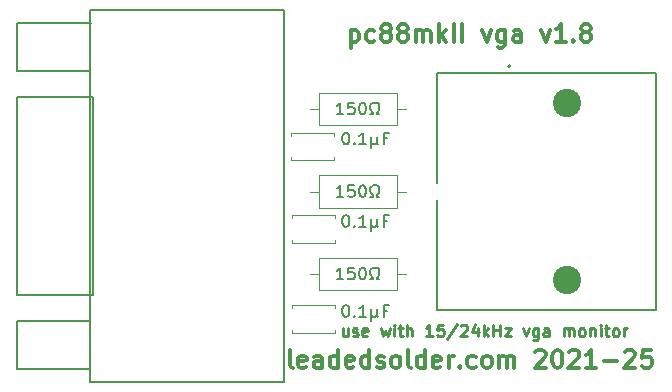
<source format=gbr>
G04 #@! TF.GenerationSoftware,KiCad,Pcbnew,8.0.7*
G04 #@! TF.CreationDate,2025-02-16T23:41:52-07:00*
G04 #@! TF.ProjectId,PC8801mkII VGA,50433838-3031-46d6-9b49-49205647412e,rev?*
G04 #@! TF.SameCoordinates,Original*
G04 #@! TF.FileFunction,Legend,Top*
G04 #@! TF.FilePolarity,Positive*
%FSLAX46Y46*%
G04 Gerber Fmt 4.6, Leading zero omitted, Abs format (unit mm)*
G04 Created by KiCad (PCBNEW 8.0.7) date 2025-02-16 23:41:52*
%MOMM*%
%LPD*%
G01*
G04 APERTURE LIST*
%ADD10C,0.250000*%
%ADD11C,0.300000*%
%ADD12C,0.150000*%
%ADD13C,0.127000*%
%ADD14C,0.200000*%
%ADD15C,0.152400*%
%ADD16C,0.120000*%
%ADD17C,2.400000*%
G04 APERTURE END LIST*
D10*
X188350379Y-118908952D02*
X188350379Y-119575619D01*
X187921808Y-118908952D02*
X187921808Y-119432761D01*
X187921808Y-119432761D02*
X187969427Y-119528000D01*
X187969427Y-119528000D02*
X188064665Y-119575619D01*
X188064665Y-119575619D02*
X188207522Y-119575619D01*
X188207522Y-119575619D02*
X188302760Y-119528000D01*
X188302760Y-119528000D02*
X188350379Y-119480380D01*
X188778951Y-119528000D02*
X188874189Y-119575619D01*
X188874189Y-119575619D02*
X189064665Y-119575619D01*
X189064665Y-119575619D02*
X189159903Y-119528000D01*
X189159903Y-119528000D02*
X189207522Y-119432761D01*
X189207522Y-119432761D02*
X189207522Y-119385142D01*
X189207522Y-119385142D02*
X189159903Y-119289904D01*
X189159903Y-119289904D02*
X189064665Y-119242285D01*
X189064665Y-119242285D02*
X188921808Y-119242285D01*
X188921808Y-119242285D02*
X188826570Y-119194666D01*
X188826570Y-119194666D02*
X188778951Y-119099428D01*
X188778951Y-119099428D02*
X188778951Y-119051809D01*
X188778951Y-119051809D02*
X188826570Y-118956571D01*
X188826570Y-118956571D02*
X188921808Y-118908952D01*
X188921808Y-118908952D02*
X189064665Y-118908952D01*
X189064665Y-118908952D02*
X189159903Y-118956571D01*
X190017046Y-119528000D02*
X189921808Y-119575619D01*
X189921808Y-119575619D02*
X189731332Y-119575619D01*
X189731332Y-119575619D02*
X189636094Y-119528000D01*
X189636094Y-119528000D02*
X189588475Y-119432761D01*
X189588475Y-119432761D02*
X189588475Y-119051809D01*
X189588475Y-119051809D02*
X189636094Y-118956571D01*
X189636094Y-118956571D02*
X189731332Y-118908952D01*
X189731332Y-118908952D02*
X189921808Y-118908952D01*
X189921808Y-118908952D02*
X190017046Y-118956571D01*
X190017046Y-118956571D02*
X190064665Y-119051809D01*
X190064665Y-119051809D02*
X190064665Y-119147047D01*
X190064665Y-119147047D02*
X189588475Y-119242285D01*
X191159904Y-118908952D02*
X191350380Y-119575619D01*
X191350380Y-119575619D02*
X191540856Y-119099428D01*
X191540856Y-119099428D02*
X191731332Y-119575619D01*
X191731332Y-119575619D02*
X191921808Y-118908952D01*
X192302761Y-119575619D02*
X192302761Y-118908952D01*
X192302761Y-118575619D02*
X192255142Y-118623238D01*
X192255142Y-118623238D02*
X192302761Y-118670857D01*
X192302761Y-118670857D02*
X192350380Y-118623238D01*
X192350380Y-118623238D02*
X192302761Y-118575619D01*
X192302761Y-118575619D02*
X192302761Y-118670857D01*
X192636094Y-118908952D02*
X193017046Y-118908952D01*
X192778951Y-118575619D02*
X192778951Y-119432761D01*
X192778951Y-119432761D02*
X192826570Y-119528000D01*
X192826570Y-119528000D02*
X192921808Y-119575619D01*
X192921808Y-119575619D02*
X193017046Y-119575619D01*
X193350380Y-119575619D02*
X193350380Y-118575619D01*
X193778951Y-119575619D02*
X193778951Y-119051809D01*
X193778951Y-119051809D02*
X193731332Y-118956571D01*
X193731332Y-118956571D02*
X193636094Y-118908952D01*
X193636094Y-118908952D02*
X193493237Y-118908952D01*
X193493237Y-118908952D02*
X193397999Y-118956571D01*
X193397999Y-118956571D02*
X193350380Y-119004190D01*
X195540856Y-119575619D02*
X194969428Y-119575619D01*
X195255142Y-119575619D02*
X195255142Y-118575619D01*
X195255142Y-118575619D02*
X195159904Y-118718476D01*
X195159904Y-118718476D02*
X195064666Y-118813714D01*
X195064666Y-118813714D02*
X194969428Y-118861333D01*
X196445618Y-118575619D02*
X195969428Y-118575619D01*
X195969428Y-118575619D02*
X195921809Y-119051809D01*
X195921809Y-119051809D02*
X195969428Y-119004190D01*
X195969428Y-119004190D02*
X196064666Y-118956571D01*
X196064666Y-118956571D02*
X196302761Y-118956571D01*
X196302761Y-118956571D02*
X196397999Y-119004190D01*
X196397999Y-119004190D02*
X196445618Y-119051809D01*
X196445618Y-119051809D02*
X196493237Y-119147047D01*
X196493237Y-119147047D02*
X196493237Y-119385142D01*
X196493237Y-119385142D02*
X196445618Y-119480380D01*
X196445618Y-119480380D02*
X196397999Y-119528000D01*
X196397999Y-119528000D02*
X196302761Y-119575619D01*
X196302761Y-119575619D02*
X196064666Y-119575619D01*
X196064666Y-119575619D02*
X195969428Y-119528000D01*
X195969428Y-119528000D02*
X195921809Y-119480380D01*
X197636094Y-118528000D02*
X196778952Y-119813714D01*
X197921809Y-118670857D02*
X197969428Y-118623238D01*
X197969428Y-118623238D02*
X198064666Y-118575619D01*
X198064666Y-118575619D02*
X198302761Y-118575619D01*
X198302761Y-118575619D02*
X198397999Y-118623238D01*
X198397999Y-118623238D02*
X198445618Y-118670857D01*
X198445618Y-118670857D02*
X198493237Y-118766095D01*
X198493237Y-118766095D02*
X198493237Y-118861333D01*
X198493237Y-118861333D02*
X198445618Y-119004190D01*
X198445618Y-119004190D02*
X197874190Y-119575619D01*
X197874190Y-119575619D02*
X198493237Y-119575619D01*
X199350380Y-118908952D02*
X199350380Y-119575619D01*
X199112285Y-118528000D02*
X198874190Y-119242285D01*
X198874190Y-119242285D02*
X199493237Y-119242285D01*
X199874190Y-119575619D02*
X199874190Y-118575619D01*
X199969428Y-119194666D02*
X200255142Y-119575619D01*
X200255142Y-118908952D02*
X199874190Y-119289904D01*
X200683714Y-119575619D02*
X200683714Y-118575619D01*
X200683714Y-119051809D02*
X201255142Y-119051809D01*
X201255142Y-119575619D02*
X201255142Y-118575619D01*
X201636095Y-118908952D02*
X202159904Y-118908952D01*
X202159904Y-118908952D02*
X201636095Y-119575619D01*
X201636095Y-119575619D02*
X202159904Y-119575619D01*
X203207524Y-118908952D02*
X203445619Y-119575619D01*
X203445619Y-119575619D02*
X203683714Y-118908952D01*
X204493238Y-118908952D02*
X204493238Y-119718476D01*
X204493238Y-119718476D02*
X204445619Y-119813714D01*
X204445619Y-119813714D02*
X204398000Y-119861333D01*
X204398000Y-119861333D02*
X204302762Y-119908952D01*
X204302762Y-119908952D02*
X204159905Y-119908952D01*
X204159905Y-119908952D02*
X204064667Y-119861333D01*
X204493238Y-119528000D02*
X204398000Y-119575619D01*
X204398000Y-119575619D02*
X204207524Y-119575619D01*
X204207524Y-119575619D02*
X204112286Y-119528000D01*
X204112286Y-119528000D02*
X204064667Y-119480380D01*
X204064667Y-119480380D02*
X204017048Y-119385142D01*
X204017048Y-119385142D02*
X204017048Y-119099428D01*
X204017048Y-119099428D02*
X204064667Y-119004190D01*
X204064667Y-119004190D02*
X204112286Y-118956571D01*
X204112286Y-118956571D02*
X204207524Y-118908952D01*
X204207524Y-118908952D02*
X204398000Y-118908952D01*
X204398000Y-118908952D02*
X204493238Y-118956571D01*
X205398000Y-119575619D02*
X205398000Y-119051809D01*
X205398000Y-119051809D02*
X205350381Y-118956571D01*
X205350381Y-118956571D02*
X205255143Y-118908952D01*
X205255143Y-118908952D02*
X205064667Y-118908952D01*
X205064667Y-118908952D02*
X204969429Y-118956571D01*
X205398000Y-119528000D02*
X205302762Y-119575619D01*
X205302762Y-119575619D02*
X205064667Y-119575619D01*
X205064667Y-119575619D02*
X204969429Y-119528000D01*
X204969429Y-119528000D02*
X204921810Y-119432761D01*
X204921810Y-119432761D02*
X204921810Y-119337523D01*
X204921810Y-119337523D02*
X204969429Y-119242285D01*
X204969429Y-119242285D02*
X205064667Y-119194666D01*
X205064667Y-119194666D02*
X205302762Y-119194666D01*
X205302762Y-119194666D02*
X205398000Y-119147047D01*
X206636096Y-119575619D02*
X206636096Y-118908952D01*
X206636096Y-119004190D02*
X206683715Y-118956571D01*
X206683715Y-118956571D02*
X206778953Y-118908952D01*
X206778953Y-118908952D02*
X206921810Y-118908952D01*
X206921810Y-118908952D02*
X207017048Y-118956571D01*
X207017048Y-118956571D02*
X207064667Y-119051809D01*
X207064667Y-119051809D02*
X207064667Y-119575619D01*
X207064667Y-119051809D02*
X207112286Y-118956571D01*
X207112286Y-118956571D02*
X207207524Y-118908952D01*
X207207524Y-118908952D02*
X207350381Y-118908952D01*
X207350381Y-118908952D02*
X207445620Y-118956571D01*
X207445620Y-118956571D02*
X207493239Y-119051809D01*
X207493239Y-119051809D02*
X207493239Y-119575619D01*
X208112286Y-119575619D02*
X208017048Y-119528000D01*
X208017048Y-119528000D02*
X207969429Y-119480380D01*
X207969429Y-119480380D02*
X207921810Y-119385142D01*
X207921810Y-119385142D02*
X207921810Y-119099428D01*
X207921810Y-119099428D02*
X207969429Y-119004190D01*
X207969429Y-119004190D02*
X208017048Y-118956571D01*
X208017048Y-118956571D02*
X208112286Y-118908952D01*
X208112286Y-118908952D02*
X208255143Y-118908952D01*
X208255143Y-118908952D02*
X208350381Y-118956571D01*
X208350381Y-118956571D02*
X208398000Y-119004190D01*
X208398000Y-119004190D02*
X208445619Y-119099428D01*
X208445619Y-119099428D02*
X208445619Y-119385142D01*
X208445619Y-119385142D02*
X208398000Y-119480380D01*
X208398000Y-119480380D02*
X208350381Y-119528000D01*
X208350381Y-119528000D02*
X208255143Y-119575619D01*
X208255143Y-119575619D02*
X208112286Y-119575619D01*
X208874191Y-118908952D02*
X208874191Y-119575619D01*
X208874191Y-119004190D02*
X208921810Y-118956571D01*
X208921810Y-118956571D02*
X209017048Y-118908952D01*
X209017048Y-118908952D02*
X209159905Y-118908952D01*
X209159905Y-118908952D02*
X209255143Y-118956571D01*
X209255143Y-118956571D02*
X209302762Y-119051809D01*
X209302762Y-119051809D02*
X209302762Y-119575619D01*
X209778953Y-119575619D02*
X209778953Y-118908952D01*
X209778953Y-118575619D02*
X209731334Y-118623238D01*
X209731334Y-118623238D02*
X209778953Y-118670857D01*
X209778953Y-118670857D02*
X209826572Y-118623238D01*
X209826572Y-118623238D02*
X209778953Y-118575619D01*
X209778953Y-118575619D02*
X209778953Y-118670857D01*
X210112286Y-118908952D02*
X210493238Y-118908952D01*
X210255143Y-118575619D02*
X210255143Y-119432761D01*
X210255143Y-119432761D02*
X210302762Y-119528000D01*
X210302762Y-119528000D02*
X210398000Y-119575619D01*
X210398000Y-119575619D02*
X210493238Y-119575619D01*
X210969429Y-119575619D02*
X210874191Y-119528000D01*
X210874191Y-119528000D02*
X210826572Y-119480380D01*
X210826572Y-119480380D02*
X210778953Y-119385142D01*
X210778953Y-119385142D02*
X210778953Y-119099428D01*
X210778953Y-119099428D02*
X210826572Y-119004190D01*
X210826572Y-119004190D02*
X210874191Y-118956571D01*
X210874191Y-118956571D02*
X210969429Y-118908952D01*
X210969429Y-118908952D02*
X211112286Y-118908952D01*
X211112286Y-118908952D02*
X211207524Y-118956571D01*
X211207524Y-118956571D02*
X211255143Y-119004190D01*
X211255143Y-119004190D02*
X211302762Y-119099428D01*
X211302762Y-119099428D02*
X211302762Y-119385142D01*
X211302762Y-119385142D02*
X211255143Y-119480380D01*
X211255143Y-119480380D02*
X211207524Y-119528000D01*
X211207524Y-119528000D02*
X211112286Y-119575619D01*
X211112286Y-119575619D02*
X210969429Y-119575619D01*
X211731334Y-119575619D02*
X211731334Y-118908952D01*
X211731334Y-119099428D02*
X211778953Y-119004190D01*
X211778953Y-119004190D02*
X211826572Y-118956571D01*
X211826572Y-118956571D02*
X211921810Y-118908952D01*
X211921810Y-118908952D02*
X212017048Y-118908952D01*
D11*
X188612143Y-93658328D02*
X188612143Y-95158328D01*
X188612143Y-93729757D02*
X188755001Y-93658328D01*
X188755001Y-93658328D02*
X189040715Y-93658328D01*
X189040715Y-93658328D02*
X189183572Y-93729757D01*
X189183572Y-93729757D02*
X189255001Y-93801185D01*
X189255001Y-93801185D02*
X189326429Y-93944042D01*
X189326429Y-93944042D02*
X189326429Y-94372614D01*
X189326429Y-94372614D02*
X189255001Y-94515471D01*
X189255001Y-94515471D02*
X189183572Y-94586900D01*
X189183572Y-94586900D02*
X189040715Y-94658328D01*
X189040715Y-94658328D02*
X188755001Y-94658328D01*
X188755001Y-94658328D02*
X188612143Y-94586900D01*
X190612144Y-94586900D02*
X190469286Y-94658328D01*
X190469286Y-94658328D02*
X190183572Y-94658328D01*
X190183572Y-94658328D02*
X190040715Y-94586900D01*
X190040715Y-94586900D02*
X189969286Y-94515471D01*
X189969286Y-94515471D02*
X189897858Y-94372614D01*
X189897858Y-94372614D02*
X189897858Y-93944042D01*
X189897858Y-93944042D02*
X189969286Y-93801185D01*
X189969286Y-93801185D02*
X190040715Y-93729757D01*
X190040715Y-93729757D02*
X190183572Y-93658328D01*
X190183572Y-93658328D02*
X190469286Y-93658328D01*
X190469286Y-93658328D02*
X190612144Y-93729757D01*
X191469286Y-93801185D02*
X191326429Y-93729757D01*
X191326429Y-93729757D02*
X191255000Y-93658328D01*
X191255000Y-93658328D02*
X191183572Y-93515471D01*
X191183572Y-93515471D02*
X191183572Y-93444042D01*
X191183572Y-93444042D02*
X191255000Y-93301185D01*
X191255000Y-93301185D02*
X191326429Y-93229757D01*
X191326429Y-93229757D02*
X191469286Y-93158328D01*
X191469286Y-93158328D02*
X191755000Y-93158328D01*
X191755000Y-93158328D02*
X191897858Y-93229757D01*
X191897858Y-93229757D02*
X191969286Y-93301185D01*
X191969286Y-93301185D02*
X192040715Y-93444042D01*
X192040715Y-93444042D02*
X192040715Y-93515471D01*
X192040715Y-93515471D02*
X191969286Y-93658328D01*
X191969286Y-93658328D02*
X191897858Y-93729757D01*
X191897858Y-93729757D02*
X191755000Y-93801185D01*
X191755000Y-93801185D02*
X191469286Y-93801185D01*
X191469286Y-93801185D02*
X191326429Y-93872614D01*
X191326429Y-93872614D02*
X191255000Y-93944042D01*
X191255000Y-93944042D02*
X191183572Y-94086900D01*
X191183572Y-94086900D02*
X191183572Y-94372614D01*
X191183572Y-94372614D02*
X191255000Y-94515471D01*
X191255000Y-94515471D02*
X191326429Y-94586900D01*
X191326429Y-94586900D02*
X191469286Y-94658328D01*
X191469286Y-94658328D02*
X191755000Y-94658328D01*
X191755000Y-94658328D02*
X191897858Y-94586900D01*
X191897858Y-94586900D02*
X191969286Y-94515471D01*
X191969286Y-94515471D02*
X192040715Y-94372614D01*
X192040715Y-94372614D02*
X192040715Y-94086900D01*
X192040715Y-94086900D02*
X191969286Y-93944042D01*
X191969286Y-93944042D02*
X191897858Y-93872614D01*
X191897858Y-93872614D02*
X191755000Y-93801185D01*
X192897857Y-93801185D02*
X192755000Y-93729757D01*
X192755000Y-93729757D02*
X192683571Y-93658328D01*
X192683571Y-93658328D02*
X192612143Y-93515471D01*
X192612143Y-93515471D02*
X192612143Y-93444042D01*
X192612143Y-93444042D02*
X192683571Y-93301185D01*
X192683571Y-93301185D02*
X192755000Y-93229757D01*
X192755000Y-93229757D02*
X192897857Y-93158328D01*
X192897857Y-93158328D02*
X193183571Y-93158328D01*
X193183571Y-93158328D02*
X193326429Y-93229757D01*
X193326429Y-93229757D02*
X193397857Y-93301185D01*
X193397857Y-93301185D02*
X193469286Y-93444042D01*
X193469286Y-93444042D02*
X193469286Y-93515471D01*
X193469286Y-93515471D02*
X193397857Y-93658328D01*
X193397857Y-93658328D02*
X193326429Y-93729757D01*
X193326429Y-93729757D02*
X193183571Y-93801185D01*
X193183571Y-93801185D02*
X192897857Y-93801185D01*
X192897857Y-93801185D02*
X192755000Y-93872614D01*
X192755000Y-93872614D02*
X192683571Y-93944042D01*
X192683571Y-93944042D02*
X192612143Y-94086900D01*
X192612143Y-94086900D02*
X192612143Y-94372614D01*
X192612143Y-94372614D02*
X192683571Y-94515471D01*
X192683571Y-94515471D02*
X192755000Y-94586900D01*
X192755000Y-94586900D02*
X192897857Y-94658328D01*
X192897857Y-94658328D02*
X193183571Y-94658328D01*
X193183571Y-94658328D02*
X193326429Y-94586900D01*
X193326429Y-94586900D02*
X193397857Y-94515471D01*
X193397857Y-94515471D02*
X193469286Y-94372614D01*
X193469286Y-94372614D02*
X193469286Y-94086900D01*
X193469286Y-94086900D02*
X193397857Y-93944042D01*
X193397857Y-93944042D02*
X193326429Y-93872614D01*
X193326429Y-93872614D02*
X193183571Y-93801185D01*
X194112142Y-94658328D02*
X194112142Y-93658328D01*
X194112142Y-93801185D02*
X194183571Y-93729757D01*
X194183571Y-93729757D02*
X194326428Y-93658328D01*
X194326428Y-93658328D02*
X194540714Y-93658328D01*
X194540714Y-93658328D02*
X194683571Y-93729757D01*
X194683571Y-93729757D02*
X194755000Y-93872614D01*
X194755000Y-93872614D02*
X194755000Y-94658328D01*
X194755000Y-93872614D02*
X194826428Y-93729757D01*
X194826428Y-93729757D02*
X194969285Y-93658328D01*
X194969285Y-93658328D02*
X195183571Y-93658328D01*
X195183571Y-93658328D02*
X195326428Y-93729757D01*
X195326428Y-93729757D02*
X195397857Y-93872614D01*
X195397857Y-93872614D02*
X195397857Y-94658328D01*
X196112142Y-94658328D02*
X196112142Y-93158328D01*
X196255000Y-94086900D02*
X196683571Y-94658328D01*
X196683571Y-93658328D02*
X196112142Y-94229757D01*
X197326428Y-94658328D02*
X197326428Y-93158328D01*
X198040714Y-94658328D02*
X198040714Y-93158328D01*
X199755000Y-93658328D02*
X200112143Y-94658328D01*
X200112143Y-94658328D02*
X200469286Y-93658328D01*
X201683572Y-93658328D02*
X201683572Y-94872614D01*
X201683572Y-94872614D02*
X201612143Y-95015471D01*
X201612143Y-95015471D02*
X201540714Y-95086900D01*
X201540714Y-95086900D02*
X201397857Y-95158328D01*
X201397857Y-95158328D02*
X201183572Y-95158328D01*
X201183572Y-95158328D02*
X201040714Y-95086900D01*
X201683572Y-94586900D02*
X201540714Y-94658328D01*
X201540714Y-94658328D02*
X201255000Y-94658328D01*
X201255000Y-94658328D02*
X201112143Y-94586900D01*
X201112143Y-94586900D02*
X201040714Y-94515471D01*
X201040714Y-94515471D02*
X200969286Y-94372614D01*
X200969286Y-94372614D02*
X200969286Y-93944042D01*
X200969286Y-93944042D02*
X201040714Y-93801185D01*
X201040714Y-93801185D02*
X201112143Y-93729757D01*
X201112143Y-93729757D02*
X201255000Y-93658328D01*
X201255000Y-93658328D02*
X201540714Y-93658328D01*
X201540714Y-93658328D02*
X201683572Y-93729757D01*
X203040715Y-94658328D02*
X203040715Y-93872614D01*
X203040715Y-93872614D02*
X202969286Y-93729757D01*
X202969286Y-93729757D02*
X202826429Y-93658328D01*
X202826429Y-93658328D02*
X202540715Y-93658328D01*
X202540715Y-93658328D02*
X202397857Y-93729757D01*
X203040715Y-94586900D02*
X202897857Y-94658328D01*
X202897857Y-94658328D02*
X202540715Y-94658328D01*
X202540715Y-94658328D02*
X202397857Y-94586900D01*
X202397857Y-94586900D02*
X202326429Y-94444042D01*
X202326429Y-94444042D02*
X202326429Y-94301185D01*
X202326429Y-94301185D02*
X202397857Y-94158328D01*
X202397857Y-94158328D02*
X202540715Y-94086900D01*
X202540715Y-94086900D02*
X202897857Y-94086900D01*
X202897857Y-94086900D02*
X203040715Y-94015471D01*
X204755000Y-93658328D02*
X205112143Y-94658328D01*
X205112143Y-94658328D02*
X205469286Y-93658328D01*
X206826429Y-94658328D02*
X205969286Y-94658328D01*
X206397857Y-94658328D02*
X206397857Y-93158328D01*
X206397857Y-93158328D02*
X206255000Y-93372614D01*
X206255000Y-93372614D02*
X206112143Y-93515471D01*
X206112143Y-93515471D02*
X205969286Y-93586900D01*
X207469285Y-94515471D02*
X207540714Y-94586900D01*
X207540714Y-94586900D02*
X207469285Y-94658328D01*
X207469285Y-94658328D02*
X207397857Y-94586900D01*
X207397857Y-94586900D02*
X207469285Y-94515471D01*
X207469285Y-94515471D02*
X207469285Y-94658328D01*
X208397857Y-93801185D02*
X208255000Y-93729757D01*
X208255000Y-93729757D02*
X208183571Y-93658328D01*
X208183571Y-93658328D02*
X208112143Y-93515471D01*
X208112143Y-93515471D02*
X208112143Y-93444042D01*
X208112143Y-93444042D02*
X208183571Y-93301185D01*
X208183571Y-93301185D02*
X208255000Y-93229757D01*
X208255000Y-93229757D02*
X208397857Y-93158328D01*
X208397857Y-93158328D02*
X208683571Y-93158328D01*
X208683571Y-93158328D02*
X208826429Y-93229757D01*
X208826429Y-93229757D02*
X208897857Y-93301185D01*
X208897857Y-93301185D02*
X208969286Y-93444042D01*
X208969286Y-93444042D02*
X208969286Y-93515471D01*
X208969286Y-93515471D02*
X208897857Y-93658328D01*
X208897857Y-93658328D02*
X208826429Y-93729757D01*
X208826429Y-93729757D02*
X208683571Y-93801185D01*
X208683571Y-93801185D02*
X208397857Y-93801185D01*
X208397857Y-93801185D02*
X208255000Y-93872614D01*
X208255000Y-93872614D02*
X208183571Y-93944042D01*
X208183571Y-93944042D02*
X208112143Y-94086900D01*
X208112143Y-94086900D02*
X208112143Y-94372614D01*
X208112143Y-94372614D02*
X208183571Y-94515471D01*
X208183571Y-94515471D02*
X208255000Y-94586900D01*
X208255000Y-94586900D02*
X208397857Y-94658328D01*
X208397857Y-94658328D02*
X208683571Y-94658328D01*
X208683571Y-94658328D02*
X208826429Y-94586900D01*
X208826429Y-94586900D02*
X208897857Y-94515471D01*
X208897857Y-94515471D02*
X208969286Y-94372614D01*
X208969286Y-94372614D02*
X208969286Y-94086900D01*
X208969286Y-94086900D02*
X208897857Y-93944042D01*
X208897857Y-93944042D02*
X208826429Y-93872614D01*
X208826429Y-93872614D02*
X208683571Y-93801185D01*
X183683573Y-122217328D02*
X183540716Y-122145900D01*
X183540716Y-122145900D02*
X183469287Y-122003042D01*
X183469287Y-122003042D02*
X183469287Y-120717328D01*
X184826430Y-122145900D02*
X184683573Y-122217328D01*
X184683573Y-122217328D02*
X184397859Y-122217328D01*
X184397859Y-122217328D02*
X184255001Y-122145900D01*
X184255001Y-122145900D02*
X184183573Y-122003042D01*
X184183573Y-122003042D02*
X184183573Y-121431614D01*
X184183573Y-121431614D02*
X184255001Y-121288757D01*
X184255001Y-121288757D02*
X184397859Y-121217328D01*
X184397859Y-121217328D02*
X184683573Y-121217328D01*
X184683573Y-121217328D02*
X184826430Y-121288757D01*
X184826430Y-121288757D02*
X184897859Y-121431614D01*
X184897859Y-121431614D02*
X184897859Y-121574471D01*
X184897859Y-121574471D02*
X184183573Y-121717328D01*
X186183573Y-122217328D02*
X186183573Y-121431614D01*
X186183573Y-121431614D02*
X186112144Y-121288757D01*
X186112144Y-121288757D02*
X185969287Y-121217328D01*
X185969287Y-121217328D02*
X185683573Y-121217328D01*
X185683573Y-121217328D02*
X185540715Y-121288757D01*
X186183573Y-122145900D02*
X186040715Y-122217328D01*
X186040715Y-122217328D02*
X185683573Y-122217328D01*
X185683573Y-122217328D02*
X185540715Y-122145900D01*
X185540715Y-122145900D02*
X185469287Y-122003042D01*
X185469287Y-122003042D02*
X185469287Y-121860185D01*
X185469287Y-121860185D02*
X185540715Y-121717328D01*
X185540715Y-121717328D02*
X185683573Y-121645900D01*
X185683573Y-121645900D02*
X186040715Y-121645900D01*
X186040715Y-121645900D02*
X186183573Y-121574471D01*
X187540716Y-122217328D02*
X187540716Y-120717328D01*
X187540716Y-122145900D02*
X187397858Y-122217328D01*
X187397858Y-122217328D02*
X187112144Y-122217328D01*
X187112144Y-122217328D02*
X186969287Y-122145900D01*
X186969287Y-122145900D02*
X186897858Y-122074471D01*
X186897858Y-122074471D02*
X186826430Y-121931614D01*
X186826430Y-121931614D02*
X186826430Y-121503042D01*
X186826430Y-121503042D02*
X186897858Y-121360185D01*
X186897858Y-121360185D02*
X186969287Y-121288757D01*
X186969287Y-121288757D02*
X187112144Y-121217328D01*
X187112144Y-121217328D02*
X187397858Y-121217328D01*
X187397858Y-121217328D02*
X187540716Y-121288757D01*
X188826430Y-122145900D02*
X188683573Y-122217328D01*
X188683573Y-122217328D02*
X188397859Y-122217328D01*
X188397859Y-122217328D02*
X188255001Y-122145900D01*
X188255001Y-122145900D02*
X188183573Y-122003042D01*
X188183573Y-122003042D02*
X188183573Y-121431614D01*
X188183573Y-121431614D02*
X188255001Y-121288757D01*
X188255001Y-121288757D02*
X188397859Y-121217328D01*
X188397859Y-121217328D02*
X188683573Y-121217328D01*
X188683573Y-121217328D02*
X188826430Y-121288757D01*
X188826430Y-121288757D02*
X188897859Y-121431614D01*
X188897859Y-121431614D02*
X188897859Y-121574471D01*
X188897859Y-121574471D02*
X188183573Y-121717328D01*
X190183573Y-122217328D02*
X190183573Y-120717328D01*
X190183573Y-122145900D02*
X190040715Y-122217328D01*
X190040715Y-122217328D02*
X189755001Y-122217328D01*
X189755001Y-122217328D02*
X189612144Y-122145900D01*
X189612144Y-122145900D02*
X189540715Y-122074471D01*
X189540715Y-122074471D02*
X189469287Y-121931614D01*
X189469287Y-121931614D02*
X189469287Y-121503042D01*
X189469287Y-121503042D02*
X189540715Y-121360185D01*
X189540715Y-121360185D02*
X189612144Y-121288757D01*
X189612144Y-121288757D02*
X189755001Y-121217328D01*
X189755001Y-121217328D02*
X190040715Y-121217328D01*
X190040715Y-121217328D02*
X190183573Y-121288757D01*
X190826430Y-122145900D02*
X190969287Y-122217328D01*
X190969287Y-122217328D02*
X191255001Y-122217328D01*
X191255001Y-122217328D02*
X191397858Y-122145900D01*
X191397858Y-122145900D02*
X191469287Y-122003042D01*
X191469287Y-122003042D02*
X191469287Y-121931614D01*
X191469287Y-121931614D02*
X191397858Y-121788757D01*
X191397858Y-121788757D02*
X191255001Y-121717328D01*
X191255001Y-121717328D02*
X191040716Y-121717328D01*
X191040716Y-121717328D02*
X190897858Y-121645900D01*
X190897858Y-121645900D02*
X190826430Y-121503042D01*
X190826430Y-121503042D02*
X190826430Y-121431614D01*
X190826430Y-121431614D02*
X190897858Y-121288757D01*
X190897858Y-121288757D02*
X191040716Y-121217328D01*
X191040716Y-121217328D02*
X191255001Y-121217328D01*
X191255001Y-121217328D02*
X191397858Y-121288757D01*
X192326430Y-122217328D02*
X192183573Y-122145900D01*
X192183573Y-122145900D02*
X192112144Y-122074471D01*
X192112144Y-122074471D02*
X192040716Y-121931614D01*
X192040716Y-121931614D02*
X192040716Y-121503042D01*
X192040716Y-121503042D02*
X192112144Y-121360185D01*
X192112144Y-121360185D02*
X192183573Y-121288757D01*
X192183573Y-121288757D02*
X192326430Y-121217328D01*
X192326430Y-121217328D02*
X192540716Y-121217328D01*
X192540716Y-121217328D02*
X192683573Y-121288757D01*
X192683573Y-121288757D02*
X192755002Y-121360185D01*
X192755002Y-121360185D02*
X192826430Y-121503042D01*
X192826430Y-121503042D02*
X192826430Y-121931614D01*
X192826430Y-121931614D02*
X192755002Y-122074471D01*
X192755002Y-122074471D02*
X192683573Y-122145900D01*
X192683573Y-122145900D02*
X192540716Y-122217328D01*
X192540716Y-122217328D02*
X192326430Y-122217328D01*
X193683573Y-122217328D02*
X193540716Y-122145900D01*
X193540716Y-122145900D02*
X193469287Y-122003042D01*
X193469287Y-122003042D02*
X193469287Y-120717328D01*
X194897859Y-122217328D02*
X194897859Y-120717328D01*
X194897859Y-122145900D02*
X194755001Y-122217328D01*
X194755001Y-122217328D02*
X194469287Y-122217328D01*
X194469287Y-122217328D02*
X194326430Y-122145900D01*
X194326430Y-122145900D02*
X194255001Y-122074471D01*
X194255001Y-122074471D02*
X194183573Y-121931614D01*
X194183573Y-121931614D02*
X194183573Y-121503042D01*
X194183573Y-121503042D02*
X194255001Y-121360185D01*
X194255001Y-121360185D02*
X194326430Y-121288757D01*
X194326430Y-121288757D02*
X194469287Y-121217328D01*
X194469287Y-121217328D02*
X194755001Y-121217328D01*
X194755001Y-121217328D02*
X194897859Y-121288757D01*
X196183573Y-122145900D02*
X196040716Y-122217328D01*
X196040716Y-122217328D02*
X195755002Y-122217328D01*
X195755002Y-122217328D02*
X195612144Y-122145900D01*
X195612144Y-122145900D02*
X195540716Y-122003042D01*
X195540716Y-122003042D02*
X195540716Y-121431614D01*
X195540716Y-121431614D02*
X195612144Y-121288757D01*
X195612144Y-121288757D02*
X195755002Y-121217328D01*
X195755002Y-121217328D02*
X196040716Y-121217328D01*
X196040716Y-121217328D02*
X196183573Y-121288757D01*
X196183573Y-121288757D02*
X196255002Y-121431614D01*
X196255002Y-121431614D02*
X196255002Y-121574471D01*
X196255002Y-121574471D02*
X195540716Y-121717328D01*
X196897858Y-122217328D02*
X196897858Y-121217328D01*
X196897858Y-121503042D02*
X196969287Y-121360185D01*
X196969287Y-121360185D02*
X197040716Y-121288757D01*
X197040716Y-121288757D02*
X197183573Y-121217328D01*
X197183573Y-121217328D02*
X197326430Y-121217328D01*
X197826429Y-122074471D02*
X197897858Y-122145900D01*
X197897858Y-122145900D02*
X197826429Y-122217328D01*
X197826429Y-122217328D02*
X197755001Y-122145900D01*
X197755001Y-122145900D02*
X197826429Y-122074471D01*
X197826429Y-122074471D02*
X197826429Y-122217328D01*
X199183573Y-122145900D02*
X199040715Y-122217328D01*
X199040715Y-122217328D02*
X198755001Y-122217328D01*
X198755001Y-122217328D02*
X198612144Y-122145900D01*
X198612144Y-122145900D02*
X198540715Y-122074471D01*
X198540715Y-122074471D02*
X198469287Y-121931614D01*
X198469287Y-121931614D02*
X198469287Y-121503042D01*
X198469287Y-121503042D02*
X198540715Y-121360185D01*
X198540715Y-121360185D02*
X198612144Y-121288757D01*
X198612144Y-121288757D02*
X198755001Y-121217328D01*
X198755001Y-121217328D02*
X199040715Y-121217328D01*
X199040715Y-121217328D02*
X199183573Y-121288757D01*
X200040715Y-122217328D02*
X199897858Y-122145900D01*
X199897858Y-122145900D02*
X199826429Y-122074471D01*
X199826429Y-122074471D02*
X199755001Y-121931614D01*
X199755001Y-121931614D02*
X199755001Y-121503042D01*
X199755001Y-121503042D02*
X199826429Y-121360185D01*
X199826429Y-121360185D02*
X199897858Y-121288757D01*
X199897858Y-121288757D02*
X200040715Y-121217328D01*
X200040715Y-121217328D02*
X200255001Y-121217328D01*
X200255001Y-121217328D02*
X200397858Y-121288757D01*
X200397858Y-121288757D02*
X200469287Y-121360185D01*
X200469287Y-121360185D02*
X200540715Y-121503042D01*
X200540715Y-121503042D02*
X200540715Y-121931614D01*
X200540715Y-121931614D02*
X200469287Y-122074471D01*
X200469287Y-122074471D02*
X200397858Y-122145900D01*
X200397858Y-122145900D02*
X200255001Y-122217328D01*
X200255001Y-122217328D02*
X200040715Y-122217328D01*
X201183572Y-122217328D02*
X201183572Y-121217328D01*
X201183572Y-121360185D02*
X201255001Y-121288757D01*
X201255001Y-121288757D02*
X201397858Y-121217328D01*
X201397858Y-121217328D02*
X201612144Y-121217328D01*
X201612144Y-121217328D02*
X201755001Y-121288757D01*
X201755001Y-121288757D02*
X201826430Y-121431614D01*
X201826430Y-121431614D02*
X201826430Y-122217328D01*
X201826430Y-121431614D02*
X201897858Y-121288757D01*
X201897858Y-121288757D02*
X202040715Y-121217328D01*
X202040715Y-121217328D02*
X202255001Y-121217328D01*
X202255001Y-121217328D02*
X202397858Y-121288757D01*
X202397858Y-121288757D02*
X202469287Y-121431614D01*
X202469287Y-121431614D02*
X202469287Y-122217328D01*
X204255001Y-120860185D02*
X204326429Y-120788757D01*
X204326429Y-120788757D02*
X204469287Y-120717328D01*
X204469287Y-120717328D02*
X204826429Y-120717328D01*
X204826429Y-120717328D02*
X204969287Y-120788757D01*
X204969287Y-120788757D02*
X205040715Y-120860185D01*
X205040715Y-120860185D02*
X205112144Y-121003042D01*
X205112144Y-121003042D02*
X205112144Y-121145900D01*
X205112144Y-121145900D02*
X205040715Y-121360185D01*
X205040715Y-121360185D02*
X204183572Y-122217328D01*
X204183572Y-122217328D02*
X205112144Y-122217328D01*
X206040715Y-120717328D02*
X206183572Y-120717328D01*
X206183572Y-120717328D02*
X206326429Y-120788757D01*
X206326429Y-120788757D02*
X206397858Y-120860185D01*
X206397858Y-120860185D02*
X206469286Y-121003042D01*
X206469286Y-121003042D02*
X206540715Y-121288757D01*
X206540715Y-121288757D02*
X206540715Y-121645900D01*
X206540715Y-121645900D02*
X206469286Y-121931614D01*
X206469286Y-121931614D02*
X206397858Y-122074471D01*
X206397858Y-122074471D02*
X206326429Y-122145900D01*
X206326429Y-122145900D02*
X206183572Y-122217328D01*
X206183572Y-122217328D02*
X206040715Y-122217328D01*
X206040715Y-122217328D02*
X205897858Y-122145900D01*
X205897858Y-122145900D02*
X205826429Y-122074471D01*
X205826429Y-122074471D02*
X205755000Y-121931614D01*
X205755000Y-121931614D02*
X205683572Y-121645900D01*
X205683572Y-121645900D02*
X205683572Y-121288757D01*
X205683572Y-121288757D02*
X205755000Y-121003042D01*
X205755000Y-121003042D02*
X205826429Y-120860185D01*
X205826429Y-120860185D02*
X205897858Y-120788757D01*
X205897858Y-120788757D02*
X206040715Y-120717328D01*
X207112143Y-120860185D02*
X207183571Y-120788757D01*
X207183571Y-120788757D02*
X207326429Y-120717328D01*
X207326429Y-120717328D02*
X207683571Y-120717328D01*
X207683571Y-120717328D02*
X207826429Y-120788757D01*
X207826429Y-120788757D02*
X207897857Y-120860185D01*
X207897857Y-120860185D02*
X207969286Y-121003042D01*
X207969286Y-121003042D02*
X207969286Y-121145900D01*
X207969286Y-121145900D02*
X207897857Y-121360185D01*
X207897857Y-121360185D02*
X207040714Y-122217328D01*
X207040714Y-122217328D02*
X207969286Y-122217328D01*
X209397857Y-122217328D02*
X208540714Y-122217328D01*
X208969285Y-122217328D02*
X208969285Y-120717328D01*
X208969285Y-120717328D02*
X208826428Y-120931614D01*
X208826428Y-120931614D02*
X208683571Y-121074471D01*
X208683571Y-121074471D02*
X208540714Y-121145900D01*
X210040713Y-121645900D02*
X211183571Y-121645900D01*
X211826428Y-120860185D02*
X211897856Y-120788757D01*
X211897856Y-120788757D02*
X212040714Y-120717328D01*
X212040714Y-120717328D02*
X212397856Y-120717328D01*
X212397856Y-120717328D02*
X212540714Y-120788757D01*
X212540714Y-120788757D02*
X212612142Y-120860185D01*
X212612142Y-120860185D02*
X212683571Y-121003042D01*
X212683571Y-121003042D02*
X212683571Y-121145900D01*
X212683571Y-121145900D02*
X212612142Y-121360185D01*
X212612142Y-121360185D02*
X211754999Y-122217328D01*
X211754999Y-122217328D02*
X212683571Y-122217328D01*
X214040713Y-120717328D02*
X213326427Y-120717328D01*
X213326427Y-120717328D02*
X213254999Y-121431614D01*
X213254999Y-121431614D02*
X213326427Y-121360185D01*
X213326427Y-121360185D02*
X213469285Y-121288757D01*
X213469285Y-121288757D02*
X213826427Y-121288757D01*
X213826427Y-121288757D02*
X213969285Y-121360185D01*
X213969285Y-121360185D02*
X214040713Y-121431614D01*
X214040713Y-121431614D02*
X214112142Y-121574471D01*
X214112142Y-121574471D02*
X214112142Y-121931614D01*
X214112142Y-121931614D02*
X214040713Y-122074471D01*
X214040713Y-122074471D02*
X213969285Y-122145900D01*
X213969285Y-122145900D02*
X213826427Y-122217328D01*
X213826427Y-122217328D02*
X213469285Y-122217328D01*
X213469285Y-122217328D02*
X213326427Y-122145900D01*
X213326427Y-122145900D02*
X213254999Y-122074471D01*
D12*
X188150714Y-116929819D02*
X188245952Y-116929819D01*
X188245952Y-116929819D02*
X188341190Y-116977438D01*
X188341190Y-116977438D02*
X188388809Y-117025057D01*
X188388809Y-117025057D02*
X188436428Y-117120295D01*
X188436428Y-117120295D02*
X188484047Y-117310771D01*
X188484047Y-117310771D02*
X188484047Y-117548866D01*
X188484047Y-117548866D02*
X188436428Y-117739342D01*
X188436428Y-117739342D02*
X188388809Y-117834580D01*
X188388809Y-117834580D02*
X188341190Y-117882200D01*
X188341190Y-117882200D02*
X188245952Y-117929819D01*
X188245952Y-117929819D02*
X188150714Y-117929819D01*
X188150714Y-117929819D02*
X188055476Y-117882200D01*
X188055476Y-117882200D02*
X188007857Y-117834580D01*
X188007857Y-117834580D02*
X187960238Y-117739342D01*
X187960238Y-117739342D02*
X187912619Y-117548866D01*
X187912619Y-117548866D02*
X187912619Y-117310771D01*
X187912619Y-117310771D02*
X187960238Y-117120295D01*
X187960238Y-117120295D02*
X188007857Y-117025057D01*
X188007857Y-117025057D02*
X188055476Y-116977438D01*
X188055476Y-116977438D02*
X188150714Y-116929819D01*
X188912619Y-117834580D02*
X188960238Y-117882200D01*
X188960238Y-117882200D02*
X188912619Y-117929819D01*
X188912619Y-117929819D02*
X188865000Y-117882200D01*
X188865000Y-117882200D02*
X188912619Y-117834580D01*
X188912619Y-117834580D02*
X188912619Y-117929819D01*
X189912618Y-117929819D02*
X189341190Y-117929819D01*
X189626904Y-117929819D02*
X189626904Y-116929819D01*
X189626904Y-116929819D02*
X189531666Y-117072676D01*
X189531666Y-117072676D02*
X189436428Y-117167914D01*
X189436428Y-117167914D02*
X189341190Y-117215533D01*
X190341190Y-117263152D02*
X190341190Y-118263152D01*
X190817380Y-117786961D02*
X190864999Y-117882200D01*
X190864999Y-117882200D02*
X190960237Y-117929819D01*
X190341190Y-117786961D02*
X190388809Y-117882200D01*
X190388809Y-117882200D02*
X190484047Y-117929819D01*
X190484047Y-117929819D02*
X190674523Y-117929819D01*
X190674523Y-117929819D02*
X190769761Y-117882200D01*
X190769761Y-117882200D02*
X190817380Y-117786961D01*
X190817380Y-117786961D02*
X190817380Y-117263152D01*
X191722142Y-117406009D02*
X191388809Y-117406009D01*
X191388809Y-117929819D02*
X191388809Y-116929819D01*
X191388809Y-116929819D02*
X191864999Y-116929819D01*
X187991904Y-107769819D02*
X187420476Y-107769819D01*
X187706190Y-107769819D02*
X187706190Y-106769819D01*
X187706190Y-106769819D02*
X187610952Y-106912676D01*
X187610952Y-106912676D02*
X187515714Y-107007914D01*
X187515714Y-107007914D02*
X187420476Y-107055533D01*
X188896666Y-106769819D02*
X188420476Y-106769819D01*
X188420476Y-106769819D02*
X188372857Y-107246009D01*
X188372857Y-107246009D02*
X188420476Y-107198390D01*
X188420476Y-107198390D02*
X188515714Y-107150771D01*
X188515714Y-107150771D02*
X188753809Y-107150771D01*
X188753809Y-107150771D02*
X188849047Y-107198390D01*
X188849047Y-107198390D02*
X188896666Y-107246009D01*
X188896666Y-107246009D02*
X188944285Y-107341247D01*
X188944285Y-107341247D02*
X188944285Y-107579342D01*
X188944285Y-107579342D02*
X188896666Y-107674580D01*
X188896666Y-107674580D02*
X188849047Y-107722200D01*
X188849047Y-107722200D02*
X188753809Y-107769819D01*
X188753809Y-107769819D02*
X188515714Y-107769819D01*
X188515714Y-107769819D02*
X188420476Y-107722200D01*
X188420476Y-107722200D02*
X188372857Y-107674580D01*
X189563333Y-106769819D02*
X189658571Y-106769819D01*
X189658571Y-106769819D02*
X189753809Y-106817438D01*
X189753809Y-106817438D02*
X189801428Y-106865057D01*
X189801428Y-106865057D02*
X189849047Y-106960295D01*
X189849047Y-106960295D02*
X189896666Y-107150771D01*
X189896666Y-107150771D02*
X189896666Y-107388866D01*
X189896666Y-107388866D02*
X189849047Y-107579342D01*
X189849047Y-107579342D02*
X189801428Y-107674580D01*
X189801428Y-107674580D02*
X189753809Y-107722200D01*
X189753809Y-107722200D02*
X189658571Y-107769819D01*
X189658571Y-107769819D02*
X189563333Y-107769819D01*
X189563333Y-107769819D02*
X189468095Y-107722200D01*
X189468095Y-107722200D02*
X189420476Y-107674580D01*
X189420476Y-107674580D02*
X189372857Y-107579342D01*
X189372857Y-107579342D02*
X189325238Y-107388866D01*
X189325238Y-107388866D02*
X189325238Y-107150771D01*
X189325238Y-107150771D02*
X189372857Y-106960295D01*
X189372857Y-106960295D02*
X189420476Y-106865057D01*
X189420476Y-106865057D02*
X189468095Y-106817438D01*
X189468095Y-106817438D02*
X189563333Y-106769819D01*
X190277619Y-107769819D02*
X190515714Y-107769819D01*
X190515714Y-107769819D02*
X190515714Y-107579342D01*
X190515714Y-107579342D02*
X190420476Y-107531723D01*
X190420476Y-107531723D02*
X190325238Y-107436485D01*
X190325238Y-107436485D02*
X190277619Y-107293628D01*
X190277619Y-107293628D02*
X190277619Y-107055533D01*
X190277619Y-107055533D02*
X190325238Y-106912676D01*
X190325238Y-106912676D02*
X190420476Y-106817438D01*
X190420476Y-106817438D02*
X190563333Y-106769819D01*
X190563333Y-106769819D02*
X190753809Y-106769819D01*
X190753809Y-106769819D02*
X190896666Y-106817438D01*
X190896666Y-106817438D02*
X190991904Y-106912676D01*
X190991904Y-106912676D02*
X191039523Y-107055533D01*
X191039523Y-107055533D02*
X191039523Y-107293628D01*
X191039523Y-107293628D02*
X190991904Y-107436485D01*
X190991904Y-107436485D02*
X190896666Y-107531723D01*
X190896666Y-107531723D02*
X190801428Y-107579342D01*
X190801428Y-107579342D02*
X190801428Y-107769819D01*
X190801428Y-107769819D02*
X191039523Y-107769819D01*
X188150714Y-102324819D02*
X188245952Y-102324819D01*
X188245952Y-102324819D02*
X188341190Y-102372438D01*
X188341190Y-102372438D02*
X188388809Y-102420057D01*
X188388809Y-102420057D02*
X188436428Y-102515295D01*
X188436428Y-102515295D02*
X188484047Y-102705771D01*
X188484047Y-102705771D02*
X188484047Y-102943866D01*
X188484047Y-102943866D02*
X188436428Y-103134342D01*
X188436428Y-103134342D02*
X188388809Y-103229580D01*
X188388809Y-103229580D02*
X188341190Y-103277200D01*
X188341190Y-103277200D02*
X188245952Y-103324819D01*
X188245952Y-103324819D02*
X188150714Y-103324819D01*
X188150714Y-103324819D02*
X188055476Y-103277200D01*
X188055476Y-103277200D02*
X188007857Y-103229580D01*
X188007857Y-103229580D02*
X187960238Y-103134342D01*
X187960238Y-103134342D02*
X187912619Y-102943866D01*
X187912619Y-102943866D02*
X187912619Y-102705771D01*
X187912619Y-102705771D02*
X187960238Y-102515295D01*
X187960238Y-102515295D02*
X188007857Y-102420057D01*
X188007857Y-102420057D02*
X188055476Y-102372438D01*
X188055476Y-102372438D02*
X188150714Y-102324819D01*
X188912619Y-103229580D02*
X188960238Y-103277200D01*
X188960238Y-103277200D02*
X188912619Y-103324819D01*
X188912619Y-103324819D02*
X188865000Y-103277200D01*
X188865000Y-103277200D02*
X188912619Y-103229580D01*
X188912619Y-103229580D02*
X188912619Y-103324819D01*
X189912618Y-103324819D02*
X189341190Y-103324819D01*
X189626904Y-103324819D02*
X189626904Y-102324819D01*
X189626904Y-102324819D02*
X189531666Y-102467676D01*
X189531666Y-102467676D02*
X189436428Y-102562914D01*
X189436428Y-102562914D02*
X189341190Y-102610533D01*
X190341190Y-102658152D02*
X190341190Y-103658152D01*
X190817380Y-103181961D02*
X190864999Y-103277200D01*
X190864999Y-103277200D02*
X190960237Y-103324819D01*
X190341190Y-103181961D02*
X190388809Y-103277200D01*
X190388809Y-103277200D02*
X190484047Y-103324819D01*
X190484047Y-103324819D02*
X190674523Y-103324819D01*
X190674523Y-103324819D02*
X190769761Y-103277200D01*
X190769761Y-103277200D02*
X190817380Y-103181961D01*
X190817380Y-103181961D02*
X190817380Y-102658152D01*
X191722142Y-102801009D02*
X191388809Y-102801009D01*
X191388809Y-103324819D02*
X191388809Y-102324819D01*
X191388809Y-102324819D02*
X191864999Y-102324819D01*
X187991904Y-100784819D02*
X187420476Y-100784819D01*
X187706190Y-100784819D02*
X187706190Y-99784819D01*
X187706190Y-99784819D02*
X187610952Y-99927676D01*
X187610952Y-99927676D02*
X187515714Y-100022914D01*
X187515714Y-100022914D02*
X187420476Y-100070533D01*
X188896666Y-99784819D02*
X188420476Y-99784819D01*
X188420476Y-99784819D02*
X188372857Y-100261009D01*
X188372857Y-100261009D02*
X188420476Y-100213390D01*
X188420476Y-100213390D02*
X188515714Y-100165771D01*
X188515714Y-100165771D02*
X188753809Y-100165771D01*
X188753809Y-100165771D02*
X188849047Y-100213390D01*
X188849047Y-100213390D02*
X188896666Y-100261009D01*
X188896666Y-100261009D02*
X188944285Y-100356247D01*
X188944285Y-100356247D02*
X188944285Y-100594342D01*
X188944285Y-100594342D02*
X188896666Y-100689580D01*
X188896666Y-100689580D02*
X188849047Y-100737200D01*
X188849047Y-100737200D02*
X188753809Y-100784819D01*
X188753809Y-100784819D02*
X188515714Y-100784819D01*
X188515714Y-100784819D02*
X188420476Y-100737200D01*
X188420476Y-100737200D02*
X188372857Y-100689580D01*
X189563333Y-99784819D02*
X189658571Y-99784819D01*
X189658571Y-99784819D02*
X189753809Y-99832438D01*
X189753809Y-99832438D02*
X189801428Y-99880057D01*
X189801428Y-99880057D02*
X189849047Y-99975295D01*
X189849047Y-99975295D02*
X189896666Y-100165771D01*
X189896666Y-100165771D02*
X189896666Y-100403866D01*
X189896666Y-100403866D02*
X189849047Y-100594342D01*
X189849047Y-100594342D02*
X189801428Y-100689580D01*
X189801428Y-100689580D02*
X189753809Y-100737200D01*
X189753809Y-100737200D02*
X189658571Y-100784819D01*
X189658571Y-100784819D02*
X189563333Y-100784819D01*
X189563333Y-100784819D02*
X189468095Y-100737200D01*
X189468095Y-100737200D02*
X189420476Y-100689580D01*
X189420476Y-100689580D02*
X189372857Y-100594342D01*
X189372857Y-100594342D02*
X189325238Y-100403866D01*
X189325238Y-100403866D02*
X189325238Y-100165771D01*
X189325238Y-100165771D02*
X189372857Y-99975295D01*
X189372857Y-99975295D02*
X189420476Y-99880057D01*
X189420476Y-99880057D02*
X189468095Y-99832438D01*
X189468095Y-99832438D02*
X189563333Y-99784819D01*
X190277619Y-100784819D02*
X190515714Y-100784819D01*
X190515714Y-100784819D02*
X190515714Y-100594342D01*
X190515714Y-100594342D02*
X190420476Y-100546723D01*
X190420476Y-100546723D02*
X190325238Y-100451485D01*
X190325238Y-100451485D02*
X190277619Y-100308628D01*
X190277619Y-100308628D02*
X190277619Y-100070533D01*
X190277619Y-100070533D02*
X190325238Y-99927676D01*
X190325238Y-99927676D02*
X190420476Y-99832438D01*
X190420476Y-99832438D02*
X190563333Y-99784819D01*
X190563333Y-99784819D02*
X190753809Y-99784819D01*
X190753809Y-99784819D02*
X190896666Y-99832438D01*
X190896666Y-99832438D02*
X190991904Y-99927676D01*
X190991904Y-99927676D02*
X191039523Y-100070533D01*
X191039523Y-100070533D02*
X191039523Y-100308628D01*
X191039523Y-100308628D02*
X190991904Y-100451485D01*
X190991904Y-100451485D02*
X190896666Y-100546723D01*
X190896666Y-100546723D02*
X190801428Y-100594342D01*
X190801428Y-100594342D02*
X190801428Y-100784819D01*
X190801428Y-100784819D02*
X191039523Y-100784819D01*
X187991904Y-114754819D02*
X187420476Y-114754819D01*
X187706190Y-114754819D02*
X187706190Y-113754819D01*
X187706190Y-113754819D02*
X187610952Y-113897676D01*
X187610952Y-113897676D02*
X187515714Y-113992914D01*
X187515714Y-113992914D02*
X187420476Y-114040533D01*
X188896666Y-113754819D02*
X188420476Y-113754819D01*
X188420476Y-113754819D02*
X188372857Y-114231009D01*
X188372857Y-114231009D02*
X188420476Y-114183390D01*
X188420476Y-114183390D02*
X188515714Y-114135771D01*
X188515714Y-114135771D02*
X188753809Y-114135771D01*
X188753809Y-114135771D02*
X188849047Y-114183390D01*
X188849047Y-114183390D02*
X188896666Y-114231009D01*
X188896666Y-114231009D02*
X188944285Y-114326247D01*
X188944285Y-114326247D02*
X188944285Y-114564342D01*
X188944285Y-114564342D02*
X188896666Y-114659580D01*
X188896666Y-114659580D02*
X188849047Y-114707200D01*
X188849047Y-114707200D02*
X188753809Y-114754819D01*
X188753809Y-114754819D02*
X188515714Y-114754819D01*
X188515714Y-114754819D02*
X188420476Y-114707200D01*
X188420476Y-114707200D02*
X188372857Y-114659580D01*
X189563333Y-113754819D02*
X189658571Y-113754819D01*
X189658571Y-113754819D02*
X189753809Y-113802438D01*
X189753809Y-113802438D02*
X189801428Y-113850057D01*
X189801428Y-113850057D02*
X189849047Y-113945295D01*
X189849047Y-113945295D02*
X189896666Y-114135771D01*
X189896666Y-114135771D02*
X189896666Y-114373866D01*
X189896666Y-114373866D02*
X189849047Y-114564342D01*
X189849047Y-114564342D02*
X189801428Y-114659580D01*
X189801428Y-114659580D02*
X189753809Y-114707200D01*
X189753809Y-114707200D02*
X189658571Y-114754819D01*
X189658571Y-114754819D02*
X189563333Y-114754819D01*
X189563333Y-114754819D02*
X189468095Y-114707200D01*
X189468095Y-114707200D02*
X189420476Y-114659580D01*
X189420476Y-114659580D02*
X189372857Y-114564342D01*
X189372857Y-114564342D02*
X189325238Y-114373866D01*
X189325238Y-114373866D02*
X189325238Y-114135771D01*
X189325238Y-114135771D02*
X189372857Y-113945295D01*
X189372857Y-113945295D02*
X189420476Y-113850057D01*
X189420476Y-113850057D02*
X189468095Y-113802438D01*
X189468095Y-113802438D02*
X189563333Y-113754819D01*
X190277619Y-114754819D02*
X190515714Y-114754819D01*
X190515714Y-114754819D02*
X190515714Y-114564342D01*
X190515714Y-114564342D02*
X190420476Y-114516723D01*
X190420476Y-114516723D02*
X190325238Y-114421485D01*
X190325238Y-114421485D02*
X190277619Y-114278628D01*
X190277619Y-114278628D02*
X190277619Y-114040533D01*
X190277619Y-114040533D02*
X190325238Y-113897676D01*
X190325238Y-113897676D02*
X190420476Y-113802438D01*
X190420476Y-113802438D02*
X190563333Y-113754819D01*
X190563333Y-113754819D02*
X190753809Y-113754819D01*
X190753809Y-113754819D02*
X190896666Y-113802438D01*
X190896666Y-113802438D02*
X190991904Y-113897676D01*
X190991904Y-113897676D02*
X191039523Y-114040533D01*
X191039523Y-114040533D02*
X191039523Y-114278628D01*
X191039523Y-114278628D02*
X190991904Y-114421485D01*
X190991904Y-114421485D02*
X190896666Y-114516723D01*
X190896666Y-114516723D02*
X190801428Y-114564342D01*
X190801428Y-114564342D02*
X190801428Y-114754819D01*
X190801428Y-114754819D02*
X191039523Y-114754819D01*
X188150714Y-109309819D02*
X188245952Y-109309819D01*
X188245952Y-109309819D02*
X188341190Y-109357438D01*
X188341190Y-109357438D02*
X188388809Y-109405057D01*
X188388809Y-109405057D02*
X188436428Y-109500295D01*
X188436428Y-109500295D02*
X188484047Y-109690771D01*
X188484047Y-109690771D02*
X188484047Y-109928866D01*
X188484047Y-109928866D02*
X188436428Y-110119342D01*
X188436428Y-110119342D02*
X188388809Y-110214580D01*
X188388809Y-110214580D02*
X188341190Y-110262200D01*
X188341190Y-110262200D02*
X188245952Y-110309819D01*
X188245952Y-110309819D02*
X188150714Y-110309819D01*
X188150714Y-110309819D02*
X188055476Y-110262200D01*
X188055476Y-110262200D02*
X188007857Y-110214580D01*
X188007857Y-110214580D02*
X187960238Y-110119342D01*
X187960238Y-110119342D02*
X187912619Y-109928866D01*
X187912619Y-109928866D02*
X187912619Y-109690771D01*
X187912619Y-109690771D02*
X187960238Y-109500295D01*
X187960238Y-109500295D02*
X188007857Y-109405057D01*
X188007857Y-109405057D02*
X188055476Y-109357438D01*
X188055476Y-109357438D02*
X188150714Y-109309819D01*
X188912619Y-110214580D02*
X188960238Y-110262200D01*
X188960238Y-110262200D02*
X188912619Y-110309819D01*
X188912619Y-110309819D02*
X188865000Y-110262200D01*
X188865000Y-110262200D02*
X188912619Y-110214580D01*
X188912619Y-110214580D02*
X188912619Y-110309819D01*
X189912618Y-110309819D02*
X189341190Y-110309819D01*
X189626904Y-110309819D02*
X189626904Y-109309819D01*
X189626904Y-109309819D02*
X189531666Y-109452676D01*
X189531666Y-109452676D02*
X189436428Y-109547914D01*
X189436428Y-109547914D02*
X189341190Y-109595533D01*
X190341190Y-109643152D02*
X190341190Y-110643152D01*
X190817380Y-110166961D02*
X190864999Y-110262200D01*
X190864999Y-110262200D02*
X190960237Y-110309819D01*
X190341190Y-110166961D02*
X190388809Y-110262200D01*
X190388809Y-110262200D02*
X190484047Y-110309819D01*
X190484047Y-110309819D02*
X190674523Y-110309819D01*
X190674523Y-110309819D02*
X190769761Y-110262200D01*
X190769761Y-110262200D02*
X190817380Y-110166961D01*
X190817380Y-110166961D02*
X190817380Y-109643152D01*
X191722142Y-109786009D02*
X191388809Y-109786009D01*
X191388809Y-110309819D02*
X191388809Y-109309819D01*
X191388809Y-109309819D02*
X191864999Y-109309819D01*
D13*
X195930000Y-97315000D02*
X195930000Y-106615000D01*
X195930000Y-117315000D02*
X195930000Y-108015000D01*
X195930000Y-117315000D02*
X214430000Y-117315000D01*
X214430000Y-97315000D02*
X195930000Y-97315000D01*
X214430000Y-117315000D02*
X214430000Y-97315000D01*
D14*
X202130000Y-96715000D02*
G75*
G02*
X201930000Y-96715000I-100000J0D01*
G01*
X201930000Y-96715000D02*
G75*
G02*
X202130000Y-96715000I100000J0D01*
G01*
D15*
X160350200Y-93040200D02*
X160350200Y-97104200D01*
X160350200Y-97104200D02*
X166497000Y-97104200D01*
X160350200Y-99288600D02*
X166751000Y-99288600D01*
X160350200Y-116103400D02*
X160350200Y-99288600D01*
X160350200Y-118287800D02*
X160350200Y-122351800D01*
X160350200Y-122351800D02*
X166497000Y-122351800D01*
X166497000Y-91973400D02*
X182981600Y-91973400D01*
X166497000Y-118287800D02*
X160350200Y-118287800D01*
X166497000Y-123418600D02*
X166497000Y-91973400D01*
X166624000Y-93040200D02*
X160350200Y-93040200D01*
X166751000Y-99288600D02*
X166751000Y-116103400D01*
X166751000Y-116103400D02*
X160350200Y-116103400D01*
X182981600Y-91973400D02*
X182981600Y-123418600D01*
X182981600Y-123418600D02*
X166497000Y-123418600D01*
D16*
X183620000Y-117185000D02*
X183620000Y-116940000D01*
X183620000Y-119280000D02*
X183620000Y-119035000D01*
X187260000Y-116940000D02*
X183620000Y-116940000D01*
X187260000Y-117185000D02*
X187260000Y-116940000D01*
X187260000Y-119280000D02*
X183620000Y-119280000D01*
X187260000Y-119280000D02*
X187260000Y-119035000D01*
X185190000Y-107315000D02*
X185960000Y-107315000D01*
X185960000Y-105945000D02*
X185960000Y-108685000D01*
X185960000Y-108685000D02*
X192500000Y-108685000D01*
X192500000Y-105945000D02*
X185960000Y-105945000D01*
X192500000Y-108685000D02*
X192500000Y-105945000D01*
X193270000Y-107315000D02*
X192500000Y-107315000D01*
X183580000Y-102580000D02*
X183580000Y-102335000D01*
X183580000Y-104675000D02*
X183580000Y-104430000D01*
X187220000Y-102335000D02*
X183580000Y-102335000D01*
X187220000Y-102580000D02*
X187220000Y-102335000D01*
X187220000Y-104675000D02*
X183580000Y-104675000D01*
X187220000Y-104675000D02*
X187220000Y-104430000D01*
X185190000Y-100330000D02*
X185960000Y-100330000D01*
X185960000Y-98960000D02*
X185960000Y-101700000D01*
X185960000Y-101700000D02*
X192500000Y-101700000D01*
X192500000Y-98960000D02*
X185960000Y-98960000D01*
X192500000Y-101700000D02*
X192500000Y-98960000D01*
X193270000Y-100330000D02*
X192500000Y-100330000D01*
X185190000Y-114300000D02*
X185960000Y-114300000D01*
X185960000Y-112930000D02*
X185960000Y-115670000D01*
X185960000Y-115670000D02*
X192500000Y-115670000D01*
X192500000Y-112930000D02*
X185960000Y-112930000D01*
X192500000Y-115670000D02*
X192500000Y-112930000D01*
X193270000Y-114300000D02*
X192500000Y-114300000D01*
X183600000Y-109565000D02*
X183600000Y-109320000D01*
X183600000Y-111660000D02*
X183600000Y-111415000D01*
X187240000Y-109320000D02*
X183600000Y-109320000D01*
X187240000Y-109565000D02*
X187240000Y-109320000D01*
X187240000Y-111660000D02*
X183600000Y-111660000D01*
X187240000Y-111660000D02*
X187240000Y-111415000D01*
D17*
X206930000Y-114815000D03*
X206930000Y-99815000D03*
M02*

</source>
